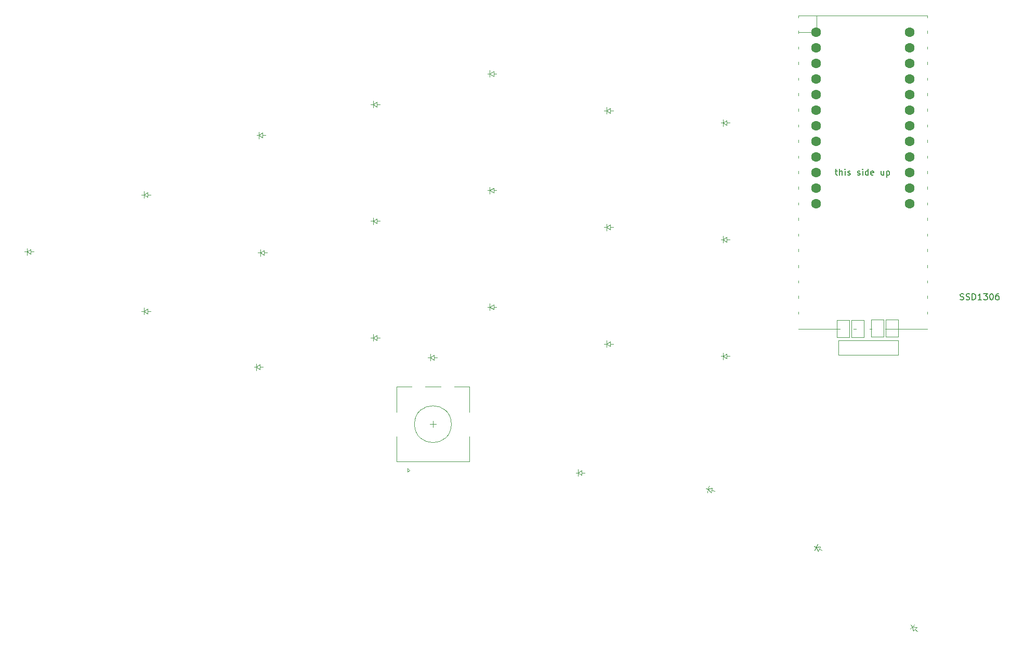
<source format=gbr>
%TF.GenerationSoftware,KiCad,Pcbnew,(6.0.10)*%
%TF.CreationDate,2023-04-21T22:00:42+03:00*%
%TF.ProjectId,blaster,626c6173-7465-4722-9e6b-696361645f70,v1.0.0*%
%TF.SameCoordinates,Original*%
%TF.FileFunction,Legend,Top*%
%TF.FilePolarity,Positive*%
%FSLAX46Y46*%
G04 Gerber Fmt 4.6, Leading zero omitted, Abs format (unit mm)*
G04 Created by KiCad (PCBNEW (6.0.10)) date 2023-04-21 22:00:42*
%MOMM*%
%LPD*%
G01*
G04 APERTURE LIST*
%ADD10C,0.150000*%
%ADD11C,0.100000*%
%ADD12C,0.120000*%
%ADD13C,1.600000*%
G04 APERTURE END LIST*
D10*
%TO.C,*%
%TO.C, *%
%TO.C,*%
%TO.C, *%
%TO.C,*%
%TO.C, *%
%TO.C,*%
%TO.C, *%
%TO.C,*%
%TO.C,SSD1306*%
X273852083Y-144529761D02*
X273994940Y-144577380D01*
X274233035Y-144577380D01*
X274328273Y-144529761D01*
X274375892Y-144482142D01*
X274423511Y-144386904D01*
X274423511Y-144291666D01*
X274375892Y-144196428D01*
X274328273Y-144148809D01*
X274233035Y-144101190D01*
X274042559Y-144053571D01*
X273947321Y-144005952D01*
X273899702Y-143958333D01*
X273852083Y-143863095D01*
X273852083Y-143767857D01*
X273899702Y-143672619D01*
X273947321Y-143625000D01*
X274042559Y-143577380D01*
X274280654Y-143577380D01*
X274423511Y-143625000D01*
X274804464Y-144529761D02*
X274947321Y-144577380D01*
X275185416Y-144577380D01*
X275280654Y-144529761D01*
X275328273Y-144482142D01*
X275375892Y-144386904D01*
X275375892Y-144291666D01*
X275328273Y-144196428D01*
X275280654Y-144148809D01*
X275185416Y-144101190D01*
X274994940Y-144053571D01*
X274899702Y-144005952D01*
X274852083Y-143958333D01*
X274804464Y-143863095D01*
X274804464Y-143767857D01*
X274852083Y-143672619D01*
X274899702Y-143625000D01*
X274994940Y-143577380D01*
X275233035Y-143577380D01*
X275375892Y-143625000D01*
X275804464Y-144577380D02*
X275804464Y-143577380D01*
X276042559Y-143577380D01*
X276185416Y-143625000D01*
X276280654Y-143720238D01*
X276328273Y-143815476D01*
X276375892Y-144005952D01*
X276375892Y-144148809D01*
X276328273Y-144339285D01*
X276280654Y-144434523D01*
X276185416Y-144529761D01*
X276042559Y-144577380D01*
X275804464Y-144577380D01*
X277328273Y-144577380D02*
X276756845Y-144577380D01*
X277042559Y-144577380D02*
X277042559Y-143577380D01*
X276947321Y-143720238D01*
X276852083Y-143815476D01*
X276756845Y-143863095D01*
X277661607Y-143577380D02*
X278280654Y-143577380D01*
X277947321Y-143958333D01*
X278090178Y-143958333D01*
X278185416Y-144005952D01*
X278233035Y-144053571D01*
X278280654Y-144148809D01*
X278280654Y-144386904D01*
X278233035Y-144482142D01*
X278185416Y-144529761D01*
X278090178Y-144577380D01*
X277804464Y-144577380D01*
X277709226Y-144529761D01*
X277661607Y-144482142D01*
X278899702Y-143577380D02*
X278994940Y-143577380D01*
X279090178Y-143625000D01*
X279137797Y-143672619D01*
X279185416Y-143767857D01*
X279233035Y-143958333D01*
X279233035Y-144196428D01*
X279185416Y-144386904D01*
X279137797Y-144482142D01*
X279090178Y-144529761D01*
X278994940Y-144577380D01*
X278899702Y-144577380D01*
X278804464Y-144529761D01*
X278756845Y-144482142D01*
X278709226Y-144386904D01*
X278661607Y-144196428D01*
X278661607Y-143958333D01*
X278709226Y-143767857D01*
X278756845Y-143672619D01*
X278804464Y-143625000D01*
X278899702Y-143577380D01*
X280090178Y-143577380D02*
X279899702Y-143577380D01*
X279804464Y-143625000D01*
X279756845Y-143672619D01*
X279661607Y-143815476D01*
X279613988Y-144005952D01*
X279613988Y-144386904D01*
X279661607Y-144482142D01*
X279709226Y-144529761D01*
X279804464Y-144577380D01*
X279994940Y-144577380D01*
X280090178Y-144529761D01*
X280137797Y-144482142D01*
X280185416Y-144386904D01*
X280185416Y-144148809D01*
X280137797Y-144053571D01*
X280090178Y-144005952D01*
X279994940Y-143958333D01*
X279804464Y-143958333D01*
X279709226Y-144005952D01*
X279661607Y-144053571D01*
X279613988Y-144148809D01*
%TO.C,*%
%TO.C, *%
%TO.C,this side up*%
X253492559Y-123610714D02*
X253873511Y-123610714D01*
X253635416Y-123277380D02*
X253635416Y-124134523D01*
X253683035Y-124229761D01*
X253778273Y-124277380D01*
X253873511Y-124277380D01*
X254206845Y-124277380D02*
X254206845Y-123277380D01*
X254635416Y-124277380D02*
X254635416Y-123753571D01*
X254587797Y-123658333D01*
X254492559Y-123610714D01*
X254349702Y-123610714D01*
X254254464Y-123658333D01*
X254206845Y-123705952D01*
X255111607Y-124277380D02*
X255111607Y-123610714D01*
X255111607Y-123277380D02*
X255063988Y-123325000D01*
X255111607Y-123372619D01*
X255159226Y-123325000D01*
X255111607Y-123277380D01*
X255111607Y-123372619D01*
X255540178Y-124229761D02*
X255635416Y-124277380D01*
X255825892Y-124277380D01*
X255921130Y-124229761D01*
X255968750Y-124134523D01*
X255968750Y-124086904D01*
X255921130Y-123991666D01*
X255825892Y-123944047D01*
X255683035Y-123944047D01*
X255587797Y-123896428D01*
X255540178Y-123801190D01*
X255540178Y-123753571D01*
X255587797Y-123658333D01*
X255683035Y-123610714D01*
X255825892Y-123610714D01*
X255921130Y-123658333D01*
X257111607Y-124229761D02*
X257206845Y-124277380D01*
X257397321Y-124277380D01*
X257492559Y-124229761D01*
X257540178Y-124134523D01*
X257540178Y-124086904D01*
X257492559Y-123991666D01*
X257397321Y-123944047D01*
X257254464Y-123944047D01*
X257159226Y-123896428D01*
X257111607Y-123801190D01*
X257111607Y-123753571D01*
X257159226Y-123658333D01*
X257254464Y-123610714D01*
X257397321Y-123610714D01*
X257492559Y-123658333D01*
X257968750Y-124277380D02*
X257968750Y-123610714D01*
X257968750Y-123277380D02*
X257921130Y-123325000D01*
X257968750Y-123372619D01*
X258016369Y-123325000D01*
X257968750Y-123277380D01*
X257968750Y-123372619D01*
X258873511Y-124277380D02*
X258873511Y-123277380D01*
X258873511Y-124229761D02*
X258778273Y-124277380D01*
X258587797Y-124277380D01*
X258492559Y-124229761D01*
X258444940Y-124182142D01*
X258397321Y-124086904D01*
X258397321Y-123801190D01*
X258444940Y-123705952D01*
X258492559Y-123658333D01*
X258587797Y-123610714D01*
X258778273Y-123610714D01*
X258873511Y-123658333D01*
X259730654Y-124229761D02*
X259635416Y-124277380D01*
X259444940Y-124277380D01*
X259349702Y-124229761D01*
X259302083Y-124134523D01*
X259302083Y-123753571D01*
X259349702Y-123658333D01*
X259444940Y-123610714D01*
X259635416Y-123610714D01*
X259730654Y-123658333D01*
X259778273Y-123753571D01*
X259778273Y-123848809D01*
X259302083Y-123944047D01*
X261397321Y-123610714D02*
X261397321Y-124277380D01*
X260968750Y-123610714D02*
X260968750Y-124134523D01*
X261016369Y-124229761D01*
X261111607Y-124277380D01*
X261254464Y-124277380D01*
X261349702Y-124229761D01*
X261397321Y-124182142D01*
X261873511Y-123610714D02*
X261873511Y-124610714D01*
X261873511Y-123658333D02*
X261968750Y-123610714D01*
X262159226Y-123610714D01*
X262254464Y-123658333D01*
X262302083Y-123705952D01*
X262349702Y-123801190D01*
X262349702Y-124086904D01*
X262302083Y-124182142D01*
X262254464Y-124229761D01*
X262159226Y-124277380D01*
X261968750Y-124277380D01*
X261873511Y-124229761D01*
%TO.C,*%
%TO.C, *%
%TO.C,*%
D11*
%TO.C,D5*%
X159471591Y-136930708D02*
X159871591Y-136930708D01*
X159871591Y-136930708D02*
X159871591Y-136380708D01*
X159871591Y-136930708D02*
X159871591Y-137480708D01*
X160471591Y-137330708D02*
X159871591Y-136930708D01*
X160471591Y-136930708D02*
X160971591Y-136930708D01*
X159871591Y-136930708D02*
X160471591Y-136530708D01*
X160471591Y-136530708D02*
X160471591Y-137330708D01*
%TO.C,D8*%
X177843750Y-131762500D02*
X178243750Y-131762500D01*
X178843750Y-131362500D02*
X178843750Y-132162500D01*
X178843750Y-132162500D02*
X178243750Y-131762500D01*
X178243750Y-131762500D02*
X178243750Y-132312500D01*
X178243750Y-131762500D02*
X178843750Y-131362500D01*
X178843750Y-131762500D02*
X179343750Y-131762500D01*
X178243750Y-131762500D02*
X178243750Y-131212500D01*
%TO.C,D10*%
X196843750Y-145762500D02*
X197243750Y-145762500D01*
X197243750Y-145762500D02*
X197243750Y-145212500D01*
X197843750Y-145362500D02*
X197843750Y-146162500D01*
X197243750Y-145762500D02*
X197843750Y-145362500D01*
X197243750Y-145762500D02*
X197243750Y-146312500D01*
X197843750Y-146162500D02*
X197243750Y-145762500D01*
X197843750Y-145762500D02*
X198343750Y-145762500D01*
%TO.C,D17*%
X235243750Y-134762500D02*
X235843750Y-134362500D01*
X235243750Y-134762500D02*
X235243750Y-135312500D01*
X234843750Y-134762500D02*
X235243750Y-134762500D01*
X235843750Y-134762500D02*
X236343750Y-134762500D01*
X235843750Y-134362500D02*
X235843750Y-135162500D01*
X235243750Y-134762500D02*
X235243750Y-134212500D01*
X235843750Y-135162500D02*
X235243750Y-134762500D01*
D12*
%TO.C, *%
X259350000Y-150625000D02*
X259350000Y-147825000D01*
X261350000Y-147825000D02*
X261350000Y-150625000D01*
X261350000Y-150625000D02*
X259350000Y-150625000D01*
X259350000Y-147825000D02*
X261350000Y-147825000D01*
X182068750Y-166850000D02*
X182068750Y-170950000D01*
X182068750Y-170950000D02*
X193868750Y-170950000D01*
X183868750Y-172050000D02*
X184168750Y-172350000D01*
X182068750Y-162850000D02*
X182068750Y-158750000D01*
X187968750Y-165350000D02*
X187968750Y-164350000D01*
X182068750Y-158750000D02*
X184468750Y-158750000D01*
X193868750Y-158750000D02*
X193868750Y-162850000D01*
X184168750Y-172350000D02*
X183868750Y-172650000D01*
X186668750Y-158750000D02*
X189268750Y-158750000D01*
X193868750Y-166850000D02*
X193868750Y-170950000D01*
X191468750Y-158750000D02*
X193868750Y-158750000D01*
X183868750Y-172650000D02*
X183868750Y-172050000D01*
X187468750Y-164850000D02*
X188468750Y-164850000D01*
X190968750Y-164850000D02*
G75*
G03*
X190968750Y-164850000I-3000000J0D01*
G01*
D11*
%TO.C,D16*%
X234843750Y-153762500D02*
X235243750Y-153762500D01*
X235843750Y-153362500D02*
X235843750Y-154162500D01*
X235243750Y-153762500D02*
X235243750Y-153212500D01*
X235243750Y-153762500D02*
X235243750Y-154312500D01*
X235243750Y-153762500D02*
X235843750Y-153362500D01*
X235843750Y-153762500D02*
X236343750Y-153762500D01*
X235843750Y-154162500D02*
X235243750Y-153762500D01*
%TO.C,D6*%
X160243750Y-117762500D02*
X160743750Y-117762500D01*
X160243750Y-117362500D02*
X160243750Y-118162500D01*
X159643750Y-117762500D02*
X159643750Y-118312500D01*
X159643750Y-117762500D02*
X160243750Y-117362500D01*
X159243750Y-117762500D02*
X159643750Y-117762500D01*
X159643750Y-117762500D02*
X159643750Y-117212500D01*
X160243750Y-118162500D02*
X159643750Y-117762500D01*
%TO.C,D4*%
X159221591Y-155530708D02*
X159221591Y-154980708D01*
X158821591Y-155530708D02*
X159221591Y-155530708D01*
X159221591Y-155530708D02*
X159221591Y-156080708D01*
X159821591Y-155530708D02*
X160321591Y-155530708D01*
X159821591Y-155930708D02*
X159221591Y-155530708D01*
X159221591Y-155530708D02*
X159821591Y-155130708D01*
X159821591Y-155130708D02*
X159821591Y-155930708D01*
%TO.C,D7*%
X178843750Y-150762500D02*
X179343750Y-150762500D01*
X178843750Y-151162500D02*
X178243750Y-150762500D01*
X178843750Y-150362500D02*
X178843750Y-151162500D01*
X178243750Y-150762500D02*
X178243750Y-151312500D01*
X178243750Y-150762500D02*
X178243750Y-150212500D01*
X177843750Y-150762500D02*
X178243750Y-150762500D01*
X178243750Y-150762500D02*
X178843750Y-150362500D01*
%TO.C,D14*%
X215843750Y-132762500D02*
X216243750Y-132762500D01*
X216843750Y-133162500D02*
X216243750Y-132762500D01*
X216243750Y-132762500D02*
X216243750Y-132212500D01*
X216243750Y-132762500D02*
X216243750Y-133312500D01*
X216843750Y-132362500D02*
X216843750Y-133162500D01*
X216243750Y-132762500D02*
X216843750Y-132362500D01*
X216843750Y-132762500D02*
X217343750Y-132762500D01*
%TO.C,D9*%
X178243750Y-112762500D02*
X178243750Y-112212500D01*
X178843750Y-112362500D02*
X178843750Y-113162500D01*
X178843750Y-112762500D02*
X179343750Y-112762500D01*
X178243750Y-112762500D02*
X178843750Y-112362500D01*
X178243750Y-112762500D02*
X178243750Y-113312500D01*
X178843750Y-113162500D02*
X178243750Y-112762500D01*
X177843750Y-112762500D02*
X178243750Y-112762500D01*
D12*
%TO.C, *%
X253793750Y-147925000D02*
X255793750Y-147925000D01*
X255793750Y-150725000D02*
X253793750Y-150725000D01*
X255793750Y-147925000D02*
X255793750Y-150725000D01*
X253793750Y-150725000D02*
X253793750Y-147925000D01*
D11*
%TO.C,D20*%
X212218750Y-172762500D02*
X212718750Y-172762500D01*
X211618750Y-172762500D02*
X212218750Y-172362500D01*
X211218750Y-172762500D02*
X211618750Y-172762500D01*
X211618750Y-172762500D02*
X211618750Y-172212500D01*
X212218750Y-173162500D02*
X211618750Y-172762500D01*
X211618750Y-172762500D02*
X211618750Y-173312500D01*
X212218750Y-172362500D02*
X212218750Y-173162500D01*
D12*
%TO.C, *%
X258175000Y-150725000D02*
X256175000Y-150725000D01*
X258175000Y-147925000D02*
X258175000Y-150725000D01*
X256175000Y-150725000D02*
X256175000Y-147925000D01*
X256175000Y-147925000D02*
X258175000Y-147925000D01*
X259350000Y-150625000D02*
X259350000Y-147825000D01*
X261350000Y-150625000D02*
X259350000Y-150625000D01*
X259350000Y-147825000D02*
X261350000Y-147825000D01*
X261350000Y-147825000D02*
X261350000Y-150625000D01*
%TO.C,SSD1306*%
X253982500Y-151198000D02*
X263761500Y-151198000D01*
X253982500Y-153611000D02*
X253982500Y-151198000D01*
X263761500Y-153611000D02*
X253982500Y-153611000D01*
X263761500Y-153611000D02*
X263761500Y-151198000D01*
D11*
%TO.C,D11*%
X197243750Y-126762500D02*
X197843750Y-126362500D01*
X197243750Y-126762500D02*
X197243750Y-126212500D01*
X197843750Y-127162500D02*
X197243750Y-126762500D01*
X196843750Y-126762500D02*
X197243750Y-126762500D01*
X197843750Y-126762500D02*
X198343750Y-126762500D01*
X197243750Y-126762500D02*
X197243750Y-127312500D01*
X197843750Y-126362500D02*
X197843750Y-127162500D01*
%TO.C,D18*%
X235843750Y-115762500D02*
X236343750Y-115762500D01*
X234843750Y-115762500D02*
X235243750Y-115762500D01*
X235243750Y-115762500D02*
X235243750Y-115212500D01*
X235243750Y-115762500D02*
X235843750Y-115362500D01*
X235243750Y-115762500D02*
X235243750Y-116312500D01*
X235843750Y-115362500D02*
X235843750Y-116162500D01*
X235843750Y-116162500D02*
X235243750Y-115762500D01*
%TO.C,D23*%
X266079537Y-197817037D02*
X266468445Y-197428128D01*
X266220958Y-198524143D02*
X266079537Y-197817037D01*
X266079537Y-197817037D02*
X265690628Y-198205945D01*
X265796694Y-197534194D02*
X266079537Y-197817037D01*
X266079537Y-197817037D02*
X266786643Y-197958458D01*
X266786643Y-197958458D02*
X266220958Y-198524143D01*
X266503801Y-198241301D02*
X266857354Y-198594854D01*
%TO.C,D1*%
X122471591Y-136355708D02*
X122471591Y-137155708D01*
X122471591Y-136755708D02*
X122971591Y-136755708D01*
X121871591Y-136755708D02*
X121871591Y-136205708D01*
X121871591Y-136755708D02*
X122471591Y-136355708D01*
X121471591Y-136755708D02*
X121871591Y-136755708D01*
X121871591Y-136755708D02*
X121871591Y-137305708D01*
X122471591Y-137155708D02*
X121871591Y-136755708D01*
%TO.C,D12*%
X196843750Y-107762500D02*
X197243750Y-107762500D01*
X197843750Y-107762500D02*
X198343750Y-107762500D01*
X197243750Y-107762500D02*
X197243750Y-107212500D01*
X197243750Y-107762500D02*
X197243750Y-108312500D01*
X197243750Y-107762500D02*
X197843750Y-107362500D01*
X197843750Y-108162500D02*
X197243750Y-107762500D01*
X197843750Y-107362500D02*
X197843750Y-108162500D01*
%TO.C,D15*%
X216843750Y-113362500D02*
X216843750Y-114162500D01*
X216843750Y-114162500D02*
X216243750Y-113762500D01*
X216243750Y-113762500D02*
X216843750Y-113362500D01*
X216843750Y-113762500D02*
X217343750Y-113762500D01*
X216243750Y-113762500D02*
X216243750Y-113212500D01*
X216243750Y-113762500D02*
X216243750Y-114312500D01*
X215843750Y-113762500D02*
X216243750Y-113762500D01*
%TO.C,D13*%
X216843750Y-151362500D02*
X216843750Y-152162500D01*
X215843750Y-151762500D02*
X216243750Y-151762500D01*
X216843750Y-152162500D02*
X216243750Y-151762500D01*
X216243750Y-151762500D02*
X216843750Y-151362500D01*
X216243750Y-151762500D02*
X216243750Y-152312500D01*
X216243750Y-151762500D02*
X216243750Y-151212500D01*
X216843750Y-151762500D02*
X217343750Y-151762500D01*
D12*
%TO.C, *%
X258175000Y-150725000D02*
X256175000Y-150725000D01*
X258175000Y-147925000D02*
X258175000Y-150725000D01*
X256175000Y-147925000D02*
X258175000Y-147925000D01*
X256175000Y-150725000D02*
X256175000Y-147925000D01*
%TO.C,this side up*%
X247468750Y-113425000D02*
X247468750Y-113825000D01*
X268468750Y-146525000D02*
X268468750Y-146925000D01*
X268468750Y-136325000D02*
X268468750Y-136725000D01*
X247468750Y-108425000D02*
X247468750Y-108825000D01*
X268468750Y-123625000D02*
X268468750Y-124025000D01*
X247468750Y-143925000D02*
X247468750Y-144325000D01*
X268468750Y-128725000D02*
X268468750Y-129125000D01*
X247468750Y-118525000D02*
X247468750Y-118925000D01*
X247468750Y-100725000D02*
X247468750Y-101125000D01*
X247468750Y-98325000D02*
X268468750Y-98325000D01*
X268468750Y-113425000D02*
X268468750Y-113825000D01*
X268468750Y-100725000D02*
X268468750Y-101125000D01*
X268468750Y-103325000D02*
X268468750Y-103725000D01*
X247468750Y-116025000D02*
X247468750Y-116425000D01*
X268468750Y-110925000D02*
X268468750Y-111325000D01*
X247468750Y-146525000D02*
X247468750Y-146925000D01*
X268468750Y-138925000D02*
X268468750Y-139325000D01*
X254268750Y-149325000D02*
X247468750Y-149325000D01*
X247468750Y-141425000D02*
X247468750Y-141825000D01*
X247468750Y-105825000D02*
X247468750Y-106225000D01*
X247468750Y-103325000D02*
X247468750Y-103725000D01*
X268468750Y-116025000D02*
X268468750Y-116425000D01*
X247468750Y-131225000D02*
X247468750Y-131625000D01*
X247468750Y-133825000D02*
X247468750Y-134225000D01*
X247468750Y-128725000D02*
X247468750Y-129125000D01*
X247468750Y-110925000D02*
X247468750Y-111325000D01*
X247468750Y-98325000D02*
X247468750Y-98625000D01*
X247468750Y-138925000D02*
X247468750Y-139325000D01*
X268468750Y-126125000D02*
X268468750Y-126525000D01*
X259068750Y-149325000D02*
X259468750Y-149325000D01*
X247468750Y-100992000D02*
X250475750Y-100992000D01*
X268468750Y-149325000D02*
X261668750Y-149325000D01*
X268468750Y-121125000D02*
X268468750Y-121525000D01*
X247468750Y-123625000D02*
X247468750Y-124025000D01*
X268468750Y-118525000D02*
X268468750Y-118925000D01*
X268468750Y-131225000D02*
X268468750Y-131625000D01*
X247468750Y-136325000D02*
X247468750Y-136725000D01*
X268468750Y-105825000D02*
X268468750Y-106225000D01*
X268468750Y-141425000D02*
X268468750Y-141825000D01*
X256468750Y-149325000D02*
X256868750Y-149325000D01*
X247468750Y-121125000D02*
X247468750Y-121525000D01*
X268468750Y-98325000D02*
X268468750Y-98625000D01*
X247468750Y-126125000D02*
X247468750Y-126525000D01*
X250475750Y-100992000D02*
X250475750Y-98325000D01*
X268468750Y-133825000D02*
X268468750Y-134225000D01*
X268468750Y-143925000D02*
X268468750Y-144325000D01*
X268468750Y-108425000D02*
X268468750Y-108825000D01*
D11*
%TO.C,D22*%
X250358059Y-184894070D02*
X251077674Y-184847660D01*
X251077674Y-184847660D02*
X250677674Y-185540480D01*
X250011649Y-184694070D02*
X250358059Y-184894070D01*
X250877674Y-185194070D02*
X251310687Y-185444070D01*
X250677674Y-185540480D02*
X250358059Y-184894070D01*
X250358059Y-184894070D02*
X250633059Y-184417756D01*
X250358059Y-184894070D02*
X250083059Y-185370384D01*
%TO.C,D19*%
X188118750Y-153587500D02*
X188118750Y-154387500D01*
X188118750Y-153987500D02*
X188618750Y-153987500D01*
X187518750Y-153987500D02*
X187518750Y-154537500D01*
X188118750Y-154387500D02*
X187518750Y-153987500D01*
X187518750Y-153987500D02*
X187518750Y-153437500D01*
X187518750Y-153987500D02*
X188118750Y-153587500D01*
X187118750Y-153987500D02*
X187518750Y-153987500D01*
%TO.C,D3*%
X140471591Y-127455708D02*
X140871591Y-127455708D01*
X140871591Y-127455708D02*
X140871591Y-126905708D01*
X141471591Y-127855708D02*
X140871591Y-127455708D01*
X140871591Y-127455708D02*
X140871591Y-128005708D01*
X141471591Y-127455708D02*
X141971591Y-127455708D01*
X140871591Y-127455708D02*
X141471591Y-127055708D01*
X141471591Y-127055708D02*
X141471591Y-127855708D01*
D12*
%TO.C, *%
X253793750Y-147925000D02*
X255793750Y-147925000D01*
X255793750Y-147925000D02*
X255793750Y-150725000D01*
X253793750Y-150725000D02*
X253793750Y-147925000D01*
X255793750Y-150725000D02*
X253793750Y-150725000D01*
X261731250Y-147825000D02*
X263731250Y-147825000D01*
X261731250Y-150625000D02*
X261731250Y-147825000D01*
X263731250Y-150625000D02*
X261731250Y-150625000D01*
X263731250Y-147825000D02*
X263731250Y-150625000D01*
X263731250Y-147825000D02*
X263731250Y-150625000D01*
X263731250Y-150625000D02*
X261731250Y-150625000D01*
X261731250Y-150625000D02*
X261731250Y-147825000D01*
X261731250Y-147825000D02*
X263731250Y-147825000D01*
D11*
%TO.C,D21*%
X232786381Y-175448573D02*
X233469464Y-175217494D01*
X232400011Y-175345046D02*
X232786381Y-175448573D01*
X233365936Y-175603865D02*
X233848899Y-175733274D01*
X232786381Y-175448573D02*
X232928731Y-174917314D01*
X233262409Y-175990235D02*
X232786381Y-175448573D01*
X232786381Y-175448573D02*
X232644030Y-175979833D01*
X233469464Y-175217494D02*
X233262409Y-175990235D01*
%TO.C,D2*%
X141471591Y-146855708D02*
X140871591Y-146455708D01*
X140871591Y-146455708D02*
X141471591Y-146055708D01*
X140471591Y-146455708D02*
X140871591Y-146455708D01*
X141471591Y-146455708D02*
X141971591Y-146455708D01*
X141471591Y-146055708D02*
X141471591Y-146855708D01*
X140871591Y-146455708D02*
X140871591Y-145905708D01*
X140871591Y-146455708D02*
X140871591Y-147005708D01*
%TD*%
D13*
%TO.C,MCU1*%
X265588750Y-100965000D03*
X265588750Y-103505000D03*
X265588750Y-106045000D03*
X265588750Y-108585000D03*
X265588750Y-111125000D03*
X265588750Y-113665000D03*
X265588750Y-116205000D03*
X265588750Y-118745000D03*
X265588750Y-121285000D03*
X265588750Y-123825000D03*
X265588750Y-126365000D03*
X265588750Y-128905000D03*
X250348750Y-100965000D03*
X250348750Y-103505000D03*
X250348750Y-106045000D03*
X250348750Y-108585000D03*
X250348750Y-111125000D03*
X250348750Y-113665000D03*
X250348750Y-116205000D03*
X250348750Y-118745000D03*
X250348750Y-121285000D03*
X250348750Y-123825000D03*
X250348750Y-126365000D03*
X250348750Y-128905000D03*
%TD*%
M02*

</source>
